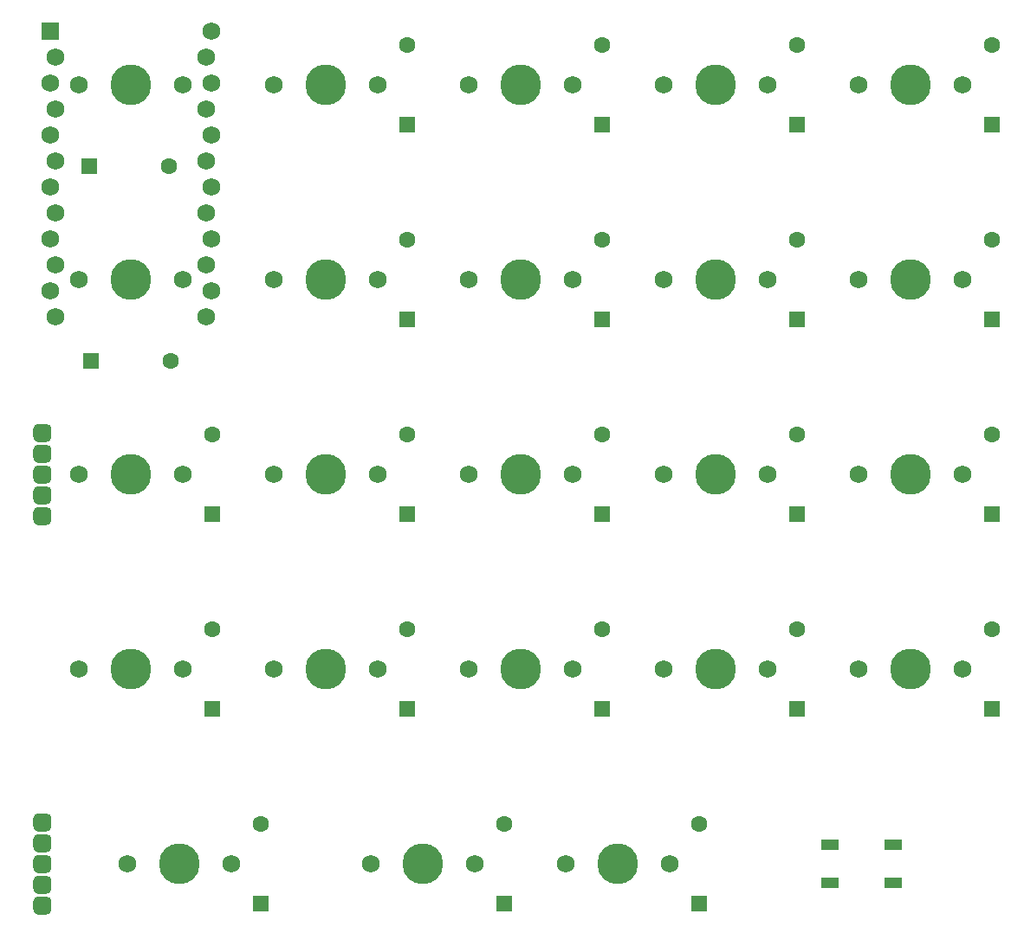
<source format=gts>
%TF.GenerationSoftware,KiCad,Pcbnew,(5.1.12)-1*%
%TF.CreationDate,2022-01-07T20:18:48-05:00*%
%TF.ProjectId,center-gasket-2,63656e74-6572-42d6-9761-736b65742d32,rev?*%
%TF.SameCoordinates,Original*%
%TF.FileFunction,Soldermask,Top*%
%TF.FilePolarity,Negative*%
%FSLAX46Y46*%
G04 Gerber Fmt 4.6, Leading zero omitted, Abs format (unit mm)*
G04 Created by KiCad (PCBNEW (5.1.12)-1) date 2022-01-07 20:18:48*
%MOMM*%
%LPD*%
G01*
G04 APERTURE LIST*
%ADD10R,1.800000X1.100000*%
%ADD11C,3.987800*%
%ADD12C,1.750000*%
%ADD13C,1.752600*%
%ADD14R,1.752600X1.752600*%
%ADD15R,1.600000X1.600000*%
%ADD16C,1.600000*%
G04 APERTURE END LIST*
D10*
%TO.C,SW1*%
X115018750Y-114831250D03*
X108818750Y-118531250D03*
X115018750Y-118531250D03*
X108818750Y-114831250D03*
%TD*%
D11*
%TO.C,MX38*%
X88106250Y-116681250D03*
D12*
X83026250Y-116681250D03*
X93186250Y-116681250D03*
%TD*%
%TO.C,M2*%
G36*
G01*
X30968950Y-121215150D02*
X30968950Y-120338850D01*
G75*
G02*
X31407100Y-119900700I438150J0D01*
G01*
X32283400Y-119900700D01*
G75*
G02*
X32721550Y-120338850I0J-438150D01*
G01*
X32721550Y-121215150D01*
G75*
G02*
X32283400Y-121653300I-438150J0D01*
G01*
X31407100Y-121653300D01*
G75*
G02*
X30968950Y-121215150I0J438150D01*
G01*
G37*
G36*
G01*
X30968950Y-119183150D02*
X30968950Y-118306850D01*
G75*
G02*
X31407100Y-117868700I438150J0D01*
G01*
X32283400Y-117868700D01*
G75*
G02*
X32721550Y-118306850I0J-438150D01*
G01*
X32721550Y-119183150D01*
G75*
G02*
X32283400Y-119621300I-438150J0D01*
G01*
X31407100Y-119621300D01*
G75*
G02*
X30968950Y-119183150I0J438150D01*
G01*
G37*
G36*
G01*
X30968950Y-117151150D02*
X30968950Y-116274850D01*
G75*
G02*
X31407100Y-115836700I438150J0D01*
G01*
X32283400Y-115836700D01*
G75*
G02*
X32721550Y-116274850I0J-438150D01*
G01*
X32721550Y-117151150D01*
G75*
G02*
X32283400Y-117589300I-438150J0D01*
G01*
X31407100Y-117589300D01*
G75*
G02*
X30968950Y-117151150I0J438150D01*
G01*
G37*
G36*
G01*
X30968950Y-115119150D02*
X30968950Y-114242850D01*
G75*
G02*
X31407100Y-113804700I438150J0D01*
G01*
X32283400Y-113804700D01*
G75*
G02*
X32721550Y-114242850I0J-438150D01*
G01*
X32721550Y-115119150D01*
G75*
G02*
X32283400Y-115557300I-438150J0D01*
G01*
X31407100Y-115557300D01*
G75*
G02*
X30968950Y-115119150I0J438150D01*
G01*
G37*
G36*
G01*
X30968950Y-113087150D02*
X30968950Y-112210850D01*
G75*
G02*
X31407100Y-111772700I438150J0D01*
G01*
X32283400Y-111772700D01*
G75*
G02*
X32721550Y-112210850I0J-438150D01*
G01*
X32721550Y-113087150D01*
G75*
G02*
X32283400Y-113525300I-438150J0D01*
G01*
X31407100Y-113525300D01*
G75*
G02*
X30968950Y-113087150I0J438150D01*
G01*
G37*
%TD*%
%TO.C,M1*%
G36*
G01*
X30968950Y-74987150D02*
X30968950Y-74110850D01*
G75*
G02*
X31407100Y-73672700I438150J0D01*
G01*
X32283400Y-73672700D01*
G75*
G02*
X32721550Y-74110850I0J-438150D01*
G01*
X32721550Y-74987150D01*
G75*
G02*
X32283400Y-75425300I-438150J0D01*
G01*
X31407100Y-75425300D01*
G75*
G02*
X30968950Y-74987150I0J438150D01*
G01*
G37*
G36*
G01*
X30968950Y-77019150D02*
X30968950Y-76142850D01*
G75*
G02*
X31407100Y-75704700I438150J0D01*
G01*
X32283400Y-75704700D01*
G75*
G02*
X32721550Y-76142850I0J-438150D01*
G01*
X32721550Y-77019150D01*
G75*
G02*
X32283400Y-77457300I-438150J0D01*
G01*
X31407100Y-77457300D01*
G75*
G02*
X30968950Y-77019150I0J438150D01*
G01*
G37*
G36*
G01*
X30968950Y-79051150D02*
X30968950Y-78174850D01*
G75*
G02*
X31407100Y-77736700I438150J0D01*
G01*
X32283400Y-77736700D01*
G75*
G02*
X32721550Y-78174850I0J-438150D01*
G01*
X32721550Y-79051150D01*
G75*
G02*
X32283400Y-79489300I-438150J0D01*
G01*
X31407100Y-79489300D01*
G75*
G02*
X30968950Y-79051150I0J438150D01*
G01*
G37*
G36*
G01*
X30968950Y-81083150D02*
X30968950Y-80206850D01*
G75*
G02*
X31407100Y-79768700I438150J0D01*
G01*
X32283400Y-79768700D01*
G75*
G02*
X32721550Y-80206850I0J-438150D01*
G01*
X32721550Y-81083150D01*
G75*
G02*
X32283400Y-81521300I-438150J0D01*
G01*
X31407100Y-81521300D01*
G75*
G02*
X30968950Y-81083150I0J438150D01*
G01*
G37*
G36*
G01*
X30968950Y-83115150D02*
X30968950Y-82238850D01*
G75*
G02*
X31407100Y-81800700I438150J0D01*
G01*
X32283400Y-81800700D01*
G75*
G02*
X32721550Y-82238850I0J-438150D01*
G01*
X32721550Y-83115150D01*
G75*
G02*
X32283400Y-83553300I-438150J0D01*
G01*
X31407100Y-83553300D01*
G75*
G02*
X30968950Y-83115150I0J438150D01*
G01*
G37*
%TD*%
D13*
%TO.C,U1*%
X48329850Y-35242500D03*
X33089850Y-63182500D03*
X47872650Y-37782500D03*
X48329850Y-40322500D03*
X47872650Y-42862500D03*
X48329850Y-45402500D03*
X47872650Y-47942500D03*
X48329850Y-50482500D03*
X47872650Y-53022500D03*
X48329850Y-55562500D03*
X47872650Y-58102500D03*
X48329850Y-60642500D03*
X47872650Y-63182500D03*
X32632650Y-60642500D03*
X33089850Y-58102500D03*
X32632650Y-55562500D03*
X33089850Y-53022500D03*
X32632650Y-50482500D03*
X33089850Y-47942500D03*
X32632650Y-45402500D03*
X33089850Y-42862500D03*
X32632650Y-40322500D03*
X33089850Y-37782500D03*
D14*
X32632650Y-35242500D03*
%TD*%
D11*
%TO.C,MX25*%
X40481250Y-59531250D03*
D12*
X35401250Y-59531250D03*
X45561250Y-59531250D03*
%TD*%
D11*
%TO.C,MX28*%
X45243750Y-116681250D03*
D12*
X40163750Y-116681250D03*
X50323750Y-116681250D03*
%TD*%
D11*
%TO.C,MX46*%
X116681250Y-97631250D03*
D12*
X111601250Y-97631250D03*
X121761250Y-97631250D03*
%TD*%
D11*
%TO.C,MX45*%
X116681250Y-78581250D03*
D12*
X111601250Y-78581250D03*
X121761250Y-78581250D03*
%TD*%
D11*
%TO.C,MX44*%
X116681250Y-59531250D03*
D12*
X111601250Y-59531250D03*
X121761250Y-59531250D03*
%TD*%
D11*
%TO.C,MX43*%
X116681250Y-40481250D03*
D12*
X111601250Y-40481250D03*
X121761250Y-40481250D03*
%TD*%
D11*
%TO.C,MX42*%
X97631250Y-97631250D03*
D12*
X92551250Y-97631250D03*
X102711250Y-97631250D03*
%TD*%
D11*
%TO.C,MX41*%
X97631250Y-78581250D03*
D12*
X92551250Y-78581250D03*
X102711250Y-78581250D03*
%TD*%
D11*
%TO.C,MX40*%
X97631250Y-59531250D03*
D12*
X92551250Y-59531250D03*
X102711250Y-59531250D03*
%TD*%
D11*
%TO.C,MX39*%
X97631250Y-40481250D03*
D12*
X92551250Y-40481250D03*
X102711250Y-40481250D03*
%TD*%
D11*
%TO.C,MX37*%
X78581250Y-97631250D03*
D12*
X73501250Y-97631250D03*
X83661250Y-97631250D03*
%TD*%
D11*
%TO.C,MX36*%
X78581250Y-78581250D03*
D12*
X73501250Y-78581250D03*
X83661250Y-78581250D03*
%TD*%
D11*
%TO.C,MX35*%
X78581250Y-59531250D03*
D12*
X73501250Y-59531250D03*
X83661250Y-59531250D03*
%TD*%
D11*
%TO.C,MX34*%
X78581250Y-40481250D03*
D12*
X73501250Y-40481250D03*
X83661250Y-40481250D03*
%TD*%
D11*
%TO.C,MX33*%
X69056250Y-116681250D03*
D12*
X63976250Y-116681250D03*
X74136250Y-116681250D03*
%TD*%
D11*
%TO.C,MX32*%
X59531250Y-97631250D03*
D12*
X54451250Y-97631250D03*
X64611250Y-97631250D03*
%TD*%
D11*
%TO.C,MX31*%
X59531250Y-78581250D03*
D12*
X54451250Y-78581250D03*
X64611250Y-78581250D03*
%TD*%
D11*
%TO.C,MX30*%
X59531250Y-59531250D03*
D12*
X54451250Y-59531250D03*
X64611250Y-59531250D03*
%TD*%
D11*
%TO.C,MX29*%
X59531250Y-40481250D03*
D12*
X54451250Y-40481250D03*
X64611250Y-40481250D03*
%TD*%
D11*
%TO.C,MX27*%
X40481250Y-97631250D03*
D12*
X35401250Y-97631250D03*
X45561250Y-97631250D03*
%TD*%
D11*
%TO.C,MX26*%
X40481250Y-78581250D03*
D12*
X35401250Y-78581250D03*
X45561250Y-78581250D03*
%TD*%
D11*
%TO.C,MX24*%
X40481250Y-40481250D03*
D12*
X35401250Y-40481250D03*
X45561250Y-40481250D03*
%TD*%
D15*
%TO.C,D46*%
X124618750Y-101531250D03*
D16*
X124618750Y-93731250D03*
%TD*%
D15*
%TO.C,D45*%
X124618750Y-82481250D03*
D16*
X124618750Y-74681250D03*
%TD*%
D15*
%TO.C,D44*%
X124618750Y-63431250D03*
D16*
X124618750Y-55631250D03*
%TD*%
D15*
%TO.C,D43*%
X124618750Y-44381250D03*
D16*
X124618750Y-36581250D03*
%TD*%
D15*
%TO.C,D42*%
X105568750Y-101528250D03*
D16*
X105568750Y-93728250D03*
%TD*%
D15*
%TO.C,D41*%
X105568750Y-82481250D03*
D16*
X105568750Y-74681250D03*
%TD*%
D15*
%TO.C,D40*%
X105568750Y-63431250D03*
D16*
X105568750Y-55631250D03*
%TD*%
D15*
%TO.C,D39*%
X105568750Y-44381250D03*
D16*
X105568750Y-36581250D03*
%TD*%
D15*
%TO.C,D38*%
X96043750Y-120581250D03*
D16*
X96043750Y-112781250D03*
%TD*%
D15*
%TO.C,D37*%
X86518750Y-101531250D03*
D16*
X86518750Y-93731250D03*
%TD*%
D15*
%TO.C,D36*%
X86518750Y-82481250D03*
D16*
X86518750Y-74681250D03*
%TD*%
D15*
%TO.C,D35*%
X86518750Y-63431250D03*
D16*
X86518750Y-55631250D03*
%TD*%
D15*
%TO.C,D34*%
X86518750Y-44381250D03*
D16*
X86518750Y-36581250D03*
%TD*%
D15*
%TO.C,D33*%
X76993750Y-120581250D03*
D16*
X76993750Y-112781250D03*
%TD*%
D15*
%TO.C,D32*%
X67468750Y-101531250D03*
D16*
X67468750Y-93731250D03*
%TD*%
D15*
%TO.C,D31*%
X67468750Y-82481250D03*
D16*
X67468750Y-74681250D03*
%TD*%
D15*
%TO.C,D30*%
X67468750Y-63431250D03*
D16*
X67468750Y-55631250D03*
%TD*%
D15*
%TO.C,D29*%
X67468750Y-44381250D03*
D16*
X67468750Y-36581250D03*
%TD*%
D15*
%TO.C,D28*%
X53181250Y-120581250D03*
D16*
X53181250Y-112781250D03*
%TD*%
D15*
%TO.C,D27*%
X48418750Y-101531250D03*
D16*
X48418750Y-93731250D03*
%TD*%
D15*
%TO.C,D26*%
X48418750Y-82481250D03*
D16*
X48418750Y-74681250D03*
%TD*%
D15*
%TO.C,D25*%
X36581250Y-67468750D03*
D16*
X44381250Y-67468750D03*
%TD*%
D15*
%TO.C,D24*%
X36393750Y-48418750D03*
D16*
X44193750Y-48418750D03*
%TD*%
M02*

</source>
